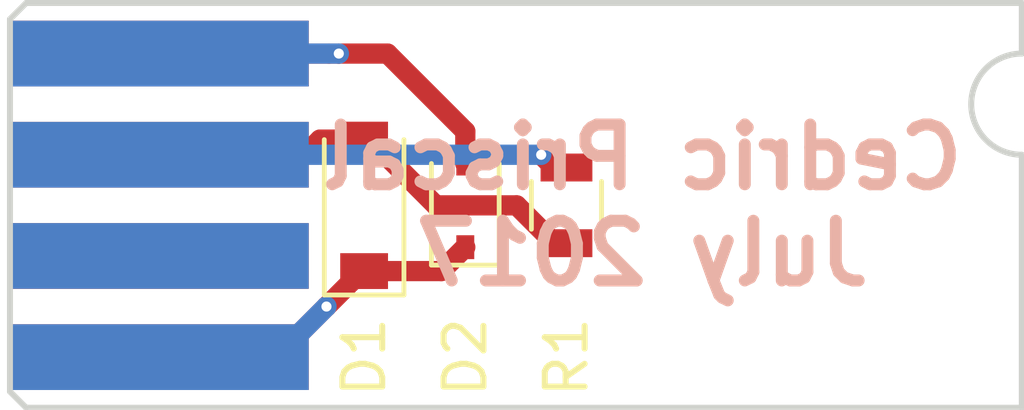
<source format=kicad_pcb>
(kicad_pcb (version 4) (host pcbnew 4.0.6-e0-6349~53~ubuntu16.04.1)

  (general
    (links 8)
    (no_connects 0)
    (area 135.814999 92.634999 161.365001 102.945001)
    (thickness 1.6)
    (drawings 9)
    (tracks 28)
    (zones 0)
    (modules 4)
    (nets 5)
  )

  (page A4)
  (layers
    (0 F.Cu signal)
    (31 B.Cu signal)
    (32 B.Adhes user)
    (33 F.Adhes user)
    (34 B.Paste user)
    (35 F.Paste user)
    (36 B.SilkS user)
    (37 F.SilkS user)
    (38 B.Mask user)
    (39 F.Mask user)
    (40 Dwgs.User user)
    (41 Cmts.User user)
    (42 Eco1.User user)
    (43 Eco2.User user)
    (44 Edge.Cuts user)
    (45 Margin user)
    (46 B.CrtYd user)
    (47 F.CrtYd user)
    (48 B.Fab user)
    (49 F.Fab user hide)
  )

  (setup
    (last_trace_width 0.508)
    (trace_clearance 0.254)
    (zone_clearance 0.508)
    (zone_45_only no)
    (trace_min 0.1524)
    (segment_width 0.2)
    (edge_width 0.15)
    (via_size 0.508)
    (via_drill 0.254)
    (via_min_size 0.508)
    (via_min_drill 0.254)
    (uvia_size 0.3)
    (uvia_drill 0.1)
    (uvias_allowed no)
    (uvia_min_size 0)
    (uvia_min_drill 0)
    (pcb_text_width 0.3)
    (pcb_text_size 1.5 1.5)
    (mod_edge_width 0.15)
    (mod_text_size 1 1)
    (mod_text_width 0.15)
    (pad_size 1.524 1.524)
    (pad_drill 0.762)
    (pad_to_mask_clearance 0.2)
    (aux_axis_origin 0 0)
    (visible_elements FFFFFF7F)
    (pcbplotparams
      (layerselection 0x00030_80000001)
      (usegerberextensions false)
      (excludeedgelayer true)
      (linewidth 0.100000)
      (plotframeref false)
      (viasonmask false)
      (mode 1)
      (useauxorigin false)
      (hpglpennumber 1)
      (hpglpenspeed 20)
      (hpglpendiameter 15)
      (hpglpenoverlay 2)
      (psnegative false)
      (psa4output false)
      (plotreference true)
      (plotvalue true)
      (plotinvisibletext false)
      (padsonsilk false)
      (subtractmaskfromsilk false)
      (outputformat 1)
      (mirror false)
      (drillshape 1)
      (scaleselection 1)
      (outputdirectory ""))
  )

  (net 0 "")
  (net 1 "Net-(D1-Pad1)")
  (net 2 "Net-(D1-Pad2)")
  (net 3 GND)
  (net 4 "Net-(J1-Pad4)")

  (net_class Default "This is the default net class."
    (clearance 0.254)
    (trace_width 0.508)
    (via_dia 0.508)
    (via_drill 0.254)
    (uvia_dia 0.3)
    (uvia_drill 0.1)
    (add_net GND)
    (add_net "Net-(D1-Pad1)")
    (add_net "Net-(D1-Pad2)")
    (add_net "Net-(J1-Pad4)")
  )

  (module edge-pcb:edge-pcb (layer F.Cu) (tedit 595AEA34) (tstamp 595ADA83)
    (at 135.89 97.79 270)
    (path /595AD5E7)
    (fp_text reference J1 (at 0 1.27 270) (layer F.SilkS) hide
      (effects (font (size 1 1) (thickness 0.15)))
    )
    (fp_text value edge-pcb (at 0 2.54 270) (layer F.Fab) hide
      (effects (font (size 1 1) (thickness 0.15)))
    )
    (fp_line (start 5.08 -25.4) (end -1.27 -25.4) (layer F.Fab) (width 0.05))
    (fp_arc (start -2.54 -25.4) (end -1.27 -25.4) (angle 180) (layer F.Fab) (width 0.05))
    (fp_line (start -5.08 -25.4) (end -3.81 -25.4) (layer F.Fab) (width 0.05))
    (fp_line (start 4.6736 0) (end -4.6736 0) (layer F.Fab) (width 0.05))
    (fp_line (start 5.08 -25.4) (end 5.08 -0.4064) (layer F.Fab) (width 0.05))
    (fp_line (start 4.6736 0) (end 5.08 -0.4064) (layer F.Fab) (width 0.05))
    (fp_line (start -4.6736 0) (end -5.08 -0.4064) (layer F.Fab) (width 0.05))
    (fp_line (start -5.08 -25.4) (end -5.08 -0.4064) (layer F.Fab) (width 0.05))
    (pad 1 smd rect (at -3.81 -3.75 270) (size 1.65 7.5) (layers F.Cu F.Paste F.Mask)
      (net 3 GND))
    (pad 2 smd rect (at -3.81 -3.75 270) (size 1.65 7.5) (layers B.Cu B.Paste B.Mask)
      (net 3 GND))
    (pad 3 smd rect (at -1.27 -3.75 270) (size 1.65 7.5) (layers F.Cu F.Paste F.Mask)
      (net 2 "Net-(D1-Pad2)"))
    (pad 4 smd rect (at -1.27 -3.75 270) (size 1.65 7.5) (layers B.Cu B.Paste B.Mask)
      (net 4 "Net-(J1-Pad4)"))
    (pad 5 smd rect (at 1.27 -3.75 270) (size 1.65 7.5) (layers F.Cu F.Paste F.Mask))
    (pad 6 smd rect (at 1.27 -3.75 270) (size 1.65 7.5) (layers B.Cu B.Paste B.Mask))
    (pad 7 smd rect (at 3.81 -3.75 270) (size 1.65 7.5) (layers F.Cu F.Paste F.Mask)
      (net 1 "Net-(D1-Pad1)"))
    (pad 8 smd rect (at 3.81 -3.75 270) (size 1.65 7.5) (layers B.Cu B.Paste B.Mask)
      (net 1 "Net-(D1-Pad1)"))
  )

  (module Diodes_SMD:D_SOD-323 (layer F.Cu) (tedit 58641739) (tstamp 595ADA77)
    (at 147.32 97.79 90)
    (descr SOD-323)
    (tags SOD-323)
    (path /595AD896)
    (attr smd)
    (fp_text reference D2 (at -3.81 0 90) (layer F.SilkS)
      (effects (font (size 1 1) (thickness 0.15)))
    )
    (fp_text value RSB36V (at 0.1 1.9 90) (layer F.Fab)
      (effects (font (size 1 1) (thickness 0.15)))
    )
    (fp_text user %R (at 0 -1.85 90) (layer F.Fab)
      (effects (font (size 1 1) (thickness 0.15)))
    )
    (fp_line (start -1.5 -0.85) (end -1.5 0.85) (layer F.SilkS) (width 0.12))
    (fp_line (start 0.2 0) (end 0.45 0) (layer F.Fab) (width 0.1))
    (fp_line (start 0.2 0.35) (end -0.3 0) (layer F.Fab) (width 0.1))
    (fp_line (start 0.2 -0.35) (end 0.2 0.35) (layer F.Fab) (width 0.1))
    (fp_line (start -0.3 0) (end 0.2 -0.35) (layer F.Fab) (width 0.1))
    (fp_line (start -0.3 0) (end -0.5 0) (layer F.Fab) (width 0.1))
    (fp_line (start -0.3 -0.35) (end -0.3 0.35) (layer F.Fab) (width 0.1))
    (fp_line (start -0.9 0.7) (end -0.9 -0.7) (layer F.Fab) (width 0.1))
    (fp_line (start 0.9 0.7) (end -0.9 0.7) (layer F.Fab) (width 0.1))
    (fp_line (start 0.9 -0.7) (end 0.9 0.7) (layer F.Fab) (width 0.1))
    (fp_line (start -0.9 -0.7) (end 0.9 -0.7) (layer F.Fab) (width 0.1))
    (fp_line (start -1.6 -0.95) (end 1.6 -0.95) (layer F.CrtYd) (width 0.05))
    (fp_line (start 1.6 -0.95) (end 1.6 0.95) (layer F.CrtYd) (width 0.05))
    (fp_line (start -1.6 0.95) (end 1.6 0.95) (layer F.CrtYd) (width 0.05))
    (fp_line (start -1.6 -0.95) (end -1.6 0.95) (layer F.CrtYd) (width 0.05))
    (fp_line (start -1.5 0.85) (end 1.05 0.85) (layer F.SilkS) (width 0.12))
    (fp_line (start -1.5 -0.85) (end 1.05 -0.85) (layer F.SilkS) (width 0.12))
    (pad 1 smd rect (at -1.05 0 90) (size 0.6 0.45) (layers F.Cu F.Paste F.Mask)
      (net 1 "Net-(D1-Pad1)"))
    (pad 2 smd rect (at 1.05 0 90) (size 0.6 0.45) (layers F.Cu F.Paste F.Mask)
      (net 3 GND))
    (model ${KISYS3DMOD}/Diodes_SMD.3dshapes/D_SOD-323.wrl
      (at (xyz 0 0 0))
      (scale (xyz 1 1 1))
      (rotate (xyz 0 0 0))
    )
  )

  (module Diodes_SMD:D_SOD-123 (layer F.Cu) (tedit 58645DC7) (tstamp 595ADA71)
    (at 144.78 97.79 90)
    (descr SOD-123)
    (tags SOD-123)
    (path /595AD964)
    (attr smd)
    (fp_text reference D1 (at -3.81 0 90) (layer F.SilkS)
      (effects (font (size 1 1) (thickness 0.15)))
    )
    (fp_text value 1N4148W-7-F (at 0 2.1 90) (layer F.Fab)
      (effects (font (size 1 1) (thickness 0.15)))
    )
    (fp_text user %R (at 0 -2 90) (layer F.Fab)
      (effects (font (size 1 1) (thickness 0.15)))
    )
    (fp_line (start -2.25 -1) (end -2.25 1) (layer F.SilkS) (width 0.12))
    (fp_line (start 0.25 0) (end 0.75 0) (layer F.Fab) (width 0.1))
    (fp_line (start 0.25 0.4) (end -0.35 0) (layer F.Fab) (width 0.1))
    (fp_line (start 0.25 -0.4) (end 0.25 0.4) (layer F.Fab) (width 0.1))
    (fp_line (start -0.35 0) (end 0.25 -0.4) (layer F.Fab) (width 0.1))
    (fp_line (start -0.35 0) (end -0.35 0.55) (layer F.Fab) (width 0.1))
    (fp_line (start -0.35 0) (end -0.35 -0.55) (layer F.Fab) (width 0.1))
    (fp_line (start -0.75 0) (end -0.35 0) (layer F.Fab) (width 0.1))
    (fp_line (start -1.4 0.9) (end -1.4 -0.9) (layer F.Fab) (width 0.1))
    (fp_line (start 1.4 0.9) (end -1.4 0.9) (layer F.Fab) (width 0.1))
    (fp_line (start 1.4 -0.9) (end 1.4 0.9) (layer F.Fab) (width 0.1))
    (fp_line (start -1.4 -0.9) (end 1.4 -0.9) (layer F.Fab) (width 0.1))
    (fp_line (start -2.35 -1.15) (end 2.35 -1.15) (layer F.CrtYd) (width 0.05))
    (fp_line (start 2.35 -1.15) (end 2.35 1.15) (layer F.CrtYd) (width 0.05))
    (fp_line (start 2.35 1.15) (end -2.35 1.15) (layer F.CrtYd) (width 0.05))
    (fp_line (start -2.35 -1.15) (end -2.35 1.15) (layer F.CrtYd) (width 0.05))
    (fp_line (start -2.25 1) (end 1.65 1) (layer F.SilkS) (width 0.12))
    (fp_line (start -2.25 -1) (end 1.65 -1) (layer F.SilkS) (width 0.12))
    (pad 1 smd rect (at -1.65 0 90) (size 0.9 1.2) (layers F.Cu F.Paste F.Mask)
      (net 1 "Net-(D1-Pad1)"))
    (pad 2 smd rect (at 1.65 0 90) (size 0.9 1.2) (layers F.Cu F.Paste F.Mask)
      (net 2 "Net-(D1-Pad2)"))
    (model ${KISYS3DMOD}/Diodes_SMD.3dshapes/D_SOD-123.wrl
      (at (xyz 0 0 0))
      (scale (xyz 1 1 1))
      (rotate (xyz 0 0 0))
    )
  )

  (module Resistors_SMD:R_0805 (layer F.Cu) (tedit 58E0A804) (tstamp 595AF0AC)
    (at 149.86 97.79 90)
    (descr "Resistor SMD 0805, reflow soldering, Vishay (see dcrcw.pdf)")
    (tags "resistor 0805")
    (path /595AF03C)
    (attr smd)
    (fp_text reference R1 (at -3.81 0 90) (layer F.SilkS)
      (effects (font (size 1 1) (thickness 0.15)))
    )
    (fp_text value R (at 0 1.75 90) (layer F.Fab)
      (effects (font (size 1 1) (thickness 0.15)))
    )
    (fp_text user %R (at 0 0 90) (layer F.Fab)
      (effects (font (size 0.5 0.5) (thickness 0.075)))
    )
    (fp_line (start -1 0.62) (end -1 -0.62) (layer F.Fab) (width 0.1))
    (fp_line (start 1 0.62) (end -1 0.62) (layer F.Fab) (width 0.1))
    (fp_line (start 1 -0.62) (end 1 0.62) (layer F.Fab) (width 0.1))
    (fp_line (start -1 -0.62) (end 1 -0.62) (layer F.Fab) (width 0.1))
    (fp_line (start 0.6 0.88) (end -0.6 0.88) (layer F.SilkS) (width 0.12))
    (fp_line (start -0.6 -0.88) (end 0.6 -0.88) (layer F.SilkS) (width 0.12))
    (fp_line (start -1.55 -0.9) (end 1.55 -0.9) (layer F.CrtYd) (width 0.05))
    (fp_line (start -1.55 -0.9) (end -1.55 0.9) (layer F.CrtYd) (width 0.05))
    (fp_line (start 1.55 0.9) (end 1.55 -0.9) (layer F.CrtYd) (width 0.05))
    (fp_line (start 1.55 0.9) (end -1.55 0.9) (layer F.CrtYd) (width 0.05))
    (pad 1 smd rect (at -0.95 0 90) (size 0.7 1.3) (layers F.Cu F.Paste F.Mask)
      (net 2 "Net-(D1-Pad2)"))
    (pad 2 smd rect (at 0.95 0 90) (size 0.7 1.3) (layers F.Cu F.Paste F.Mask)
      (net 4 "Net-(J1-Pad4)"))
    (model ${KISYS3DMOD}/Resistors_SMD.3dshapes/R_0805.wrl
      (at (xyz 0 0 0))
      (scale (xyz 1 1 1))
      (rotate (xyz 0 0 0))
    )
  )

  (gr_text "Cedric Priscal\nJuly 2017" (at 151.765 97.79) (layer B.SilkS)
    (effects (font (size 1.5 1.5) (thickness 0.3)) (justify mirror))
  )
  (gr_line (start 161.29 96.52) (end 161.29 102.87) (layer Edge.Cuts) (width 0.15))
  (gr_arc (start 161.29 95.25) (end 161.29 96.52) (angle 180) (layer Edge.Cuts) (width 0.15))
  (gr_line (start 161.29 92.71) (end 136.2964 92.71) (layer Edge.Cuts) (width 0.15))
  (gr_line (start 161.29 93.98) (end 161.29 92.71) (layer Edge.Cuts) (width 0.15))
  (gr_line (start 136.2964 102.87) (end 161.29 102.87) (layer Edge.Cuts) (width 0.15))
  (gr_line (start 135.89 102.4636) (end 136.2964 102.87) (layer Edge.Cuts) (width 0.15))
  (gr_line (start 135.89 93.1164) (end 135.89 102.4636) (layer Edge.Cuts) (width 0.15))
  (gr_line (start 136.2964 92.71) (end 135.89 93.1164) (layer Edge.Cuts) (width 0.15))

  (segment (start 142.565 101.6) (end 143.835 100.33) (width 0.508) (layer F.Cu) (net 1))
  (segment (start 142.565 101.6) (end 143.835 100.33) (width 0.508) (layer B.Cu) (net 1))
  (segment (start 143.835 100.33) (end 144.725 99.44) (width 0.508) (layer F.Cu) (net 1))
  (segment (start 139.64 101.6) (end 142.565 101.6) (width 0.508) (layer B.Cu) (net 1))
  (via (at 143.835 100.33) (size 0.508) (drill 0.254) (layers F.Cu B.Cu) (net 1))
  (segment (start 144.78 99.44) (end 146.72 99.44) (width 0.508) (layer F.Cu) (net 1))
  (segment (start 146.72 99.44) (end 147.32 98.84) (width 0.508) (layer F.Cu) (net 1))
  (segment (start 139.64 101.6) (end 142.565 101.6) (width 0.508) (layer F.Cu) (net 1))
  (segment (start 144.725 99.44) (end 144.78 99.44) (width 0.508) (layer F.Cu) (net 1))
  (segment (start 144.78 96.14) (end 143.672 96.14) (width 0.508) (layer F.Cu) (net 2))
  (segment (start 143.672 96.14) (end 143.292 96.52) (width 0.508) (layer F.Cu) (net 2))
  (segment (start 143.292 96.52) (end 139.64 96.52) (width 0.508) (layer F.Cu) (net 2))
  (segment (start 149.86 98.74) (end 149.56 98.74) (width 0.508) (layer F.Cu) (net 2))
  (segment (start 149.56 98.74) (end 148.61 97.79) (width 0.508) (layer F.Cu) (net 2))
  (segment (start 148.61 97.79) (end 146.58 97.79) (width 0.508) (layer F.Cu) (net 2))
  (segment (start 146.58 97.79) (end 144.93 96.14) (width 0.508) (layer F.Cu) (net 2))
  (segment (start 144.93 96.14) (end 144.78 96.14) (width 0.508) (layer F.Cu) (net 2))
  (segment (start 145.368 93.98) (end 144.145 93.98) (width 0.508) (layer F.Cu) (net 3))
  (segment (start 144.145 93.98) (end 143.898 93.98) (width 0.508) (layer F.Cu) (net 3))
  (segment (start 139.64 93.98) (end 144.145 93.98) (width 0.508) (layer B.Cu) (net 3))
  (via (at 144.145 93.98) (size 0.508) (drill 0.254) (layers F.Cu B.Cu) (net 3))
  (segment (start 147.32 96.74) (end 147.32 95.932) (width 0.508) (layer F.Cu) (net 3))
  (segment (start 147.32 95.932) (end 145.368 93.98) (width 0.508) (layer F.Cu) (net 3))
  (segment (start 143.898 93.98) (end 139.64 93.98) (width 0.508) (layer F.Cu) (net 3))
  (segment (start 149.225 96.52) (end 139.64 96.52) (width 0.508) (layer B.Cu) (net 4))
  (segment (start 149.86 96.84) (end 149.545 96.84) (width 0.508) (layer F.Cu) (net 4))
  (segment (start 149.545 96.84) (end 149.225 96.52) (width 0.508) (layer F.Cu) (net 4))
  (via (at 149.225 96.52) (size 0.508) (drill 0.254) (layers F.Cu B.Cu) (net 4))

)

</source>
